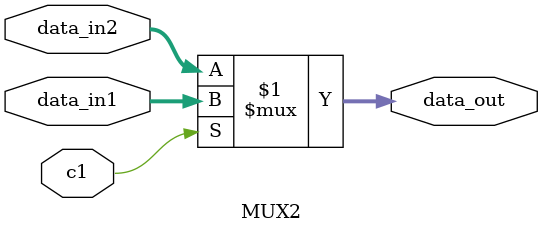
<source format=v>
`timescale 1ns / 1ps


module MUX2(
input [31:0] data_in1,
input [31:0] data_in2,
input c1,
output [31:0] data_out
    );
    
    assign data_out=c1?data_in1:data_in2;

endmodule


</source>
